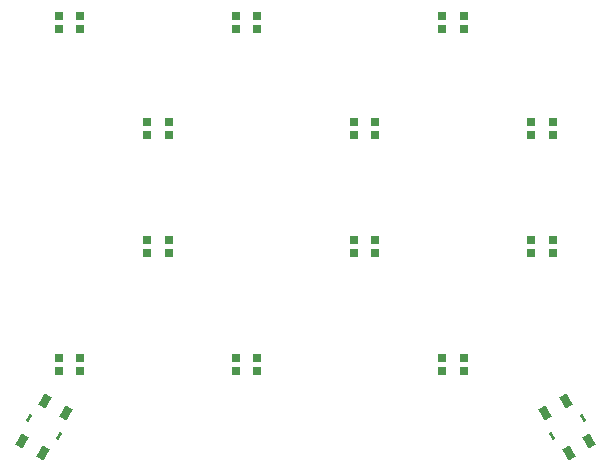
<source format=gtp>
%TF.GenerationSoftware,KiCad,Pcbnew,8.0.6*%
%TF.CreationDate,2024-12-09T18:11:45+01:00*%
%TF.ProjectId,Xmas,586d6173-2e6b-4696-9361-645f70636258,rev?*%
%TF.SameCoordinates,Original*%
%TF.FileFunction,Paste,Top*%
%TF.FilePolarity,Positive*%
%FSLAX46Y46*%
G04 Gerber Fmt 4.6, Leading zero omitted, Abs format (unit mm)*
G04 Created by KiCad (PCBNEW 8.0.6) date 2024-12-09 18:11:45*
%MOMM*%
%LPD*%
G01*
G04 APERTURE LIST*
G04 Aperture macros list*
%AMRotRect*
0 Rectangle, with rotation*
0 The origin of the aperture is its center*
0 $1 length*
0 $2 width*
0 $3 Rotation angle, in degrees counterclockwise*
0 Add horizontal line*
21,1,$1,$2,0,0,$3*%
G04 Aperture macros list end*
%ADD10RotRect,1.100000X0.700000X300.000000*%
%ADD11RotRect,0.700000X0.250000X300.000000*%
%ADD12R,0.700000X0.700000*%
%ADD13RotRect,1.100000X0.700000X60.000000*%
%ADD14RotRect,0.700000X0.250000X60.000000*%
G04 APERTURE END LIST*
D10*
%TO.C,SW1*%
X147041025Y-113111250D03*
X148991025Y-116488750D03*
X145308975Y-114111250D03*
X147258975Y-117488750D03*
D11*
X148449038Y-114550000D03*
X145850962Y-116050000D03*
%TD*%
D12*
%TO.C,LED6*%
X144085000Y-89450000D03*
X144085000Y-90550000D03*
X145915000Y-90550000D03*
X145915000Y-89450000D03*
%TD*%
%TO.C,LED5*%
X129085000Y-89450000D03*
X129085000Y-90550000D03*
X130915000Y-90550000D03*
X130915000Y-89450000D03*
%TD*%
%TO.C,LED8*%
X104085000Y-109450000D03*
X104085000Y-110550000D03*
X105915000Y-110550000D03*
X105915000Y-109450000D03*
%TD*%
%TO.C,LED11*%
X144085000Y-99450000D03*
X144085000Y-100550000D03*
X145915000Y-100550000D03*
X145915000Y-99450000D03*
%TD*%
%TO.C,LED12*%
X136585000Y-109450000D03*
X136585000Y-110550000D03*
X138415000Y-110550000D03*
X138415000Y-109450000D03*
%TD*%
%TO.C,LED2*%
X119085000Y-80450000D03*
X119085000Y-81550000D03*
X120915000Y-81550000D03*
X120915000Y-80450000D03*
%TD*%
%TO.C,LED9*%
X119085000Y-109450000D03*
X119085000Y-110550000D03*
X120915000Y-110550000D03*
X120915000Y-109450000D03*
%TD*%
%TO.C,LED7*%
X111585000Y-99450000D03*
X111585000Y-100550000D03*
X113415000Y-100550000D03*
X113415000Y-99450000D03*
%TD*%
%TO.C,LED1*%
X104085000Y-80450000D03*
X104085000Y-81550000D03*
X105915000Y-81550000D03*
X105915000Y-80450000D03*
%TD*%
D13*
%TO.C,SW2*%
X101008975Y-116488750D03*
X102958975Y-113111250D03*
X102741025Y-117488750D03*
X104691025Y-114111250D03*
D14*
X101550962Y-114550000D03*
X104149038Y-116050000D03*
%TD*%
D12*
%TO.C,LED10*%
X129085000Y-99450000D03*
X129085000Y-100550000D03*
X130915000Y-100550000D03*
X130915000Y-99450000D03*
%TD*%
%TO.C,LED3*%
X111585000Y-89450000D03*
X111585000Y-90550000D03*
X113415000Y-90550000D03*
X113415000Y-89450000D03*
%TD*%
%TO.C,LED4*%
X136585000Y-80450000D03*
X136585000Y-81550000D03*
X138415000Y-81550000D03*
X138415000Y-80450000D03*
%TD*%
M02*

</source>
